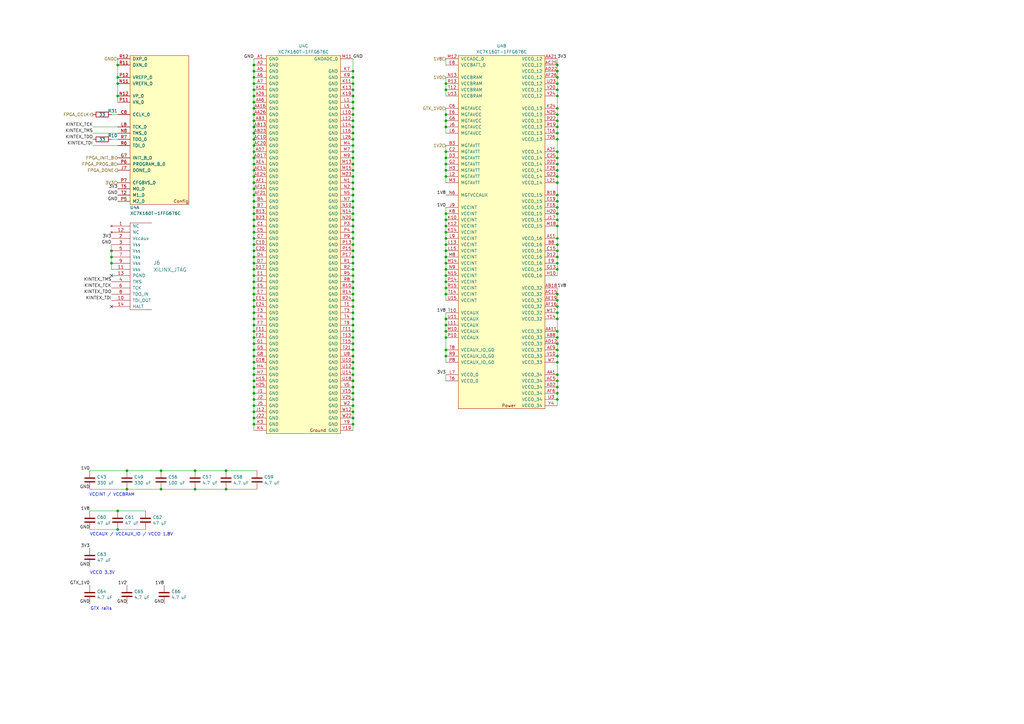
<source format=kicad_sch>
(kicad_sch (version 20250114) (generator "eeschema") (generator_version "9.0")
  (paper "A3")
  (title_block (date "2025-12-19") (rev "0.1"))
  (text "VCCO 3.3V" (at 36.83 234.95 0) (effects (font (size 1.27 1.27)) (justify left)))
  (text "GTX rails" (at 37.084 249.682 0) (effects (font (size 1.27 1.27)) (justify left)))
  (text "VCCAUX / VCCAUX_IO / VCCO 1.8V" (at 36.83 219.202 0) (effects (font (size 1.27 1.27)) (justify left)))
  (text "VCCINT / VCCBRAM" (at 36.576 202.946 0) (effects (font (size 1.27 1.27)) (justify left)))
  (junction (at 144.78 54.61))
  (junction (at 45.72 107.95))
  (junction (at 144.78 133.35))
  (junction (at 104.14 173.99))
  (junction (at 228.6 156.21))
  (junction (at 45.72 105.41))
  (junction (at 104.14 128.27))
  (junction (at 104.14 90.17))
  (junction (at 228.6 161.29))
  (junction (at 144.78 29.21))
  (junction (at 144.78 148.59))
  (junction (at 104.14 80.01))
  (junction (at 104.14 49.53))
  (junction (at 104.14 120.65))
  (junction (at 182.88 110.49))
  (junction (at 104.14 115.57))
  (junction (at 144.78 62.23))
  (junction (at 144.78 110.49))
  (junction (at 144.78 158.75))
  (junction (at 104.14 123.19))
  (junction (at 182.88 143.51))
  (junction (at 104.14 74.93))
  (junction (at 144.78 138.43))
  (junction (at 144.78 120.65))
  (junction (at 104.14 64.77))
  (junction (at 228.6 163.83))
  (junction (at 228.6 31.75))
  (junction (at 228.6 26.67))
  (junction (at 48.26 26.67))
  (junction (at 104.14 166.37))
  (junction (at 92.71 193.04))
  (junction (at 228.6 69.85))
  (junction (at 104.14 105.41))
  (junction (at 104.14 156.21))
  (junction (at 104.14 46.99))
  (junction (at 45.72 102.87))
  (junction (at 144.78 52.07))
  (junction (at 182.88 100.33))
  (junction (at 228.6 46.99))
  (junction (at 104.14 85.09))
  (junction (at 144.78 115.57))
  (junction (at 228.6 143.51))
  (junction (at 144.78 113.03))
  (junction (at 92.71 200.66))
  (junction (at 228.6 123.19))
  (junction (at 182.88 95.25))
  (junction (at 104.14 153.67))
  (junction (at 104.14 26.67))
  (junction (at 104.14 148.59))
  (junction (at 228.6 128.27))
  (junction (at 144.78 166.37))
  (junction (at 182.88 118.11))
  (junction (at 104.14 113.03))
  (junction (at 144.78 153.67))
  (junction (at 144.78 74.93))
  (junction (at 104.14 102.87))
  (junction (at 104.14 39.37))
  (junction (at 144.78 46.99))
  (junction (at 182.88 133.35))
  (junction (at 66.04 200.66))
  (junction (at 144.78 87.63))
  (junction (at 228.6 92.71))
  (junction (at 228.6 148.59))
  (junction (at 104.14 57.15))
  (junction (at 144.78 36.83))
  (junction (at 104.14 163.83))
  (junction (at 104.14 69.85))
  (junction (at 182.88 46.99))
  (junction (at 144.78 97.79))
  (junction (at 144.78 168.91))
  (junction (at 104.14 87.63))
  (junction (at 182.88 105.41))
  (junction (at 144.78 92.71))
  (junction (at 182.88 49.53))
  (junction (at 48.26 209.55))
  (junction (at 228.6 125.73))
  (junction (at 182.88 34.29))
  (junction (at 144.78 143.51))
  (junction (at 144.78 82.55))
  (junction (at 182.88 107.95))
  (junction (at 144.78 130.81))
  (junction (at 144.78 57.15))
  (junction (at 52.07 200.66))
  (junction (at 228.6 153.67))
  (junction (at 228.6 107.95))
  (junction (at 144.78 41.91))
  (junction (at 182.88 72.39))
  (junction (at 182.88 87.63))
  (junction (at 104.14 82.55))
  (junction (at 228.6 29.21))
  (junction (at 144.78 173.99))
  (junction (at 144.78 39.37))
  (junction (at 104.14 72.39))
  (junction (at 104.14 130.81))
  (junction (at 104.14 146.05))
  (junction (at 228.6 110.49))
  (junction (at 104.14 44.45))
  (junction (at 104.14 168.91))
  (junction (at 144.78 135.89))
  (junction (at 104.14 171.45))
  (junction (at 144.78 118.11))
  (junction (at 104.14 107.95))
  (junction (at 104.14 140.97))
  (junction (at 228.6 146.05))
  (junction (at 182.88 115.57))
  (junction (at 144.78 140.97))
  (junction (at 144.78 125.73))
  (junction (at 228.6 44.45))
  (junction (at 182.88 67.31))
  (junction (at 144.78 156.21))
  (junction (at 104.14 34.29))
  (junction (at 144.78 85.09))
  (junction (at 144.78 161.29))
  (junction (at 144.78 69.85))
  (junction (at 104.14 36.83))
  (junction (at 182.88 36.83))
  (junction (at 228.6 67.31))
  (junction (at 104.14 59.69))
  (junction (at 228.6 39.37))
  (junction (at 144.78 90.17))
  (junction (at 48.26 39.37))
  (junction (at 104.14 95.25))
  (junction (at 228.6 100.33))
  (junction (at 144.78 146.05))
  (junction (at 228.6 80.01))
  (junction (at 48.26 34.29))
  (junction (at 144.78 100.33))
  (junction (at 144.78 95.25))
  (junction (at 228.6 62.23))
  (junction (at 182.88 64.77))
  (junction (at 144.78 67.31))
  (junction (at 228.6 90.17))
  (junction (at 228.6 120.65))
  (junction (at 104.14 29.21))
  (junction (at 144.78 123.19))
  (junction (at 104.14 135.89))
  (junction (at 228.6 64.77))
  (junction (at 182.88 135.89))
  (junction (at 144.78 34.29))
  (junction (at 48.26 217.17))
  (junction (at 182.88 92.71))
  (junction (at 144.78 44.45))
  (junction (at 144.78 59.69))
  (junction (at 80.01 200.66))
  (junction (at 228.6 36.83))
  (junction (at 228.6 140.97))
  (junction (at 48.26 31.75))
  (junction (at 104.14 92.71))
  (junction (at 228.6 105.41))
  (junction (at 144.78 64.77))
  (junction (at 228.6 138.43))
  (junction (at 144.78 171.45))
  (junction (at 144.78 105.41))
  (junction (at 144.78 102.87))
  (junction (at 104.14 77.47))
  (junction (at 228.6 82.55))
  (junction (at 182.88 97.79))
  (junction (at 104.14 161.29))
  (junction (at 182.88 138.43))
  (junction (at 182.88 102.87))
  (junction (at 144.78 77.47))
  (junction (at 104.14 52.07))
  (junction (at 52.07 193.04))
  (junction (at 182.88 113.03))
  (junction (at 144.78 163.83))
  (junction (at 144.78 107.95))
  (junction (at 80.01 193.04))
  (junction (at 104.14 138.43))
  (junction (at 104.14 158.75))
  (junction (at 228.6 34.29))
  (junction (at 104.14 143.51))
  (junction (at 104.14 118.11))
  (junction (at 228.6 52.07))
  (junction (at 228.6 135.89))
  (junction (at 228.6 87.63))
  (junction (at 228.6 130.81))
  (junction (at 104.14 62.23))
  (junction (at 104.14 54.61))
  (junction (at 144.78 31.75))
  (junction (at 228.6 102.87))
  (junction (at 228.6 74.93))
  (junction (at 144.78 72.39))
  (junction (at 104.14 110.49))
  (junction (at 66.04 193.04))
  (junction (at 182.88 62.23))
  (junction (at 104.14 67.31))
  (junction (at 104.14 151.13))
  (junction (at 104.14 41.91))
  (junction (at 228.6 72.39))
  (junction (at 104.14 31.75))
  (junction (at 182.88 146.05))
  (junction (at 228.6 97.79))
  (junction (at 144.78 128.27))
  (junction (at 182.88 90.17))
  (junction (at 182.88 69.85))
  (junction (at 228.6 158.75))
  (junction (at 144.78 49.53))
  (junction (at 104.14 125.73))
  (junction (at 144.78 80.01))
  (junction (at 228.6 57.15))
  (junction (at 144.78 151.13))
  (junction (at 182.88 52.07))
  (junction (at 104.14 97.79))
  (junction (at 182.88 120.65))
  (junction (at 104.14 100.33))
  (junction (at 228.6 54.61))
  (junction (at 228.6 49.53))
  (junction (at 182.88 130.81))
  (junction (at 104.14 133.35))
  (junction (at 228.6 85.09))
  (no_connect (at 45.72 113.03))
  (no_connect (at 45.72 125.73))
  (wire (pts (xy 182.88 102.87) (xy 182.88 105.41)))
  (wire (pts (xy 228.6 138.43) (xy 228.6 140.97)))
  (wire (pts (xy 228.6 64.77) (xy 228.6 67.31)))
  (wire (pts (xy 144.78 107.95) (xy 144.78 110.49)))
  (wire (pts (xy 80.01 193.04) (xy 92.71 193.04)))
  (wire (pts (xy 144.78 92.71) (xy 144.78 95.25)))
  (wire (pts (xy 228.6 87.63) (xy 228.6 90.17)))
  (wire (pts (xy 38.1 52.07) (xy 48.26 52.07)))
  (wire (pts (xy 144.78 82.55) (xy 144.78 85.09)))
  (wire (pts (xy 144.78 125.73) (xy 144.78 128.27)))
  (wire (pts (xy 104.14 87.63) (xy 104.14 90.17)))
  (wire (pts (xy 228.6 44.45) (xy 228.6 46.99)))
  (wire (pts (xy 144.78 34.29) (xy 144.78 36.83)))
  (wire (pts (xy 228.6 62.23) (xy 228.6 64.77)))
  (wire (pts (xy 38.1 59.69) (xy 48.26 59.69)))
  (wire (pts (xy 144.78 148.59) (xy 144.78 151.13)))
  (wire (pts (xy 228.6 24.13) (xy 228.6 26.67)))
  (wire (pts (xy 144.78 146.05) (xy 144.78 148.59)))
  (wire (pts (xy 144.78 113.03) (xy 144.78 115.57)))
  (wire (pts (xy 144.78 138.43) (xy 144.78 140.97)))
  (wire (pts (xy 144.78 69.85) (xy 144.78 72.39)))
  (wire (pts (xy 182.88 143.51) (xy 182.88 146.05)))
  (wire (pts (xy 144.78 156.21) (xy 144.78 158.75)))
  (wire (pts (xy 45.72 46.99) (xy 48.26 46.99)))
  (wire (pts (xy 228.6 82.55) (xy 228.6 85.09)))
  (wire (pts (xy 228.6 69.85) (xy 228.6 72.39)))
  (wire (pts (xy 48.26 217.17) (xy 59.69 217.17)))
  (wire (pts (xy 104.14 67.31) (xy 104.14 69.85)))
  (wire (pts (xy 182.88 44.45) (xy 182.88 46.99)))
  (wire (pts (xy 104.14 49.53) (xy 104.14 52.07)))
  (wire (pts (xy 228.6 85.09) (xy 228.6 87.63)))
  (wire (pts (xy 36.83 200.66) (xy 52.07 200.66)))
  (wire (pts (xy 104.14 171.45) (xy 104.14 173.99)))
  (wire (pts (xy 104.14 110.49) (xy 104.14 113.03)))
  (wire (pts (xy 182.88 72.39) (xy 182.88 74.93)))
  (wire (pts (xy 182.88 97.79) (xy 182.88 100.33)))
  (wire (pts (xy 228.6 125.73) (xy 228.6 128.27)))
  (wire (pts (xy 144.78 87.63) (xy 144.78 90.17)))
  (wire (pts (xy 104.14 57.15) (xy 104.14 59.69)))
  (wire (pts (xy 182.88 31.75) (xy 182.88 34.29)))
  (wire (pts (xy 104.14 105.41) (xy 104.14 107.95)))
  (wire (pts (xy 144.78 97.79) (xy 144.78 100.33)))
  (wire (pts (xy 182.88 64.77) (xy 182.88 67.31)))
  (wire (pts (xy 228.6 34.29) (xy 228.6 36.83)))
  (wire (pts (xy 104.14 90.17) (xy 104.14 92.71)))
  (wire (pts (xy 144.78 49.53) (xy 144.78 52.07)))
  (wire (pts (xy 182.88 146.05) (xy 182.88 148.59)))
  (wire (pts (xy 104.14 82.55) (xy 104.14 85.09)))
  (wire (pts (xy 104.14 113.03) (xy 104.14 115.57)))
  (wire (pts (xy 228.6 146.05) (xy 228.6 148.59)))
  (wire (pts (xy 144.78 90.17) (xy 144.78 92.71)))
  (wire (pts (xy 104.14 166.37) (xy 104.14 168.91)))
  (wire (pts (xy 104.14 135.89) (xy 104.14 138.43)))
  (wire (pts (xy 228.6 46.99) (xy 228.6 49.53)))
  (wire (pts (xy 182.88 62.23) (xy 182.88 64.77)))
  (wire (pts (xy 104.14 80.01) (xy 104.14 82.55)))
  (wire (pts (xy 104.14 146.05) (xy 104.14 148.59)))
  (wire (pts (xy 45.72 102.87) (xy 45.72 105.41)))
  (wire (pts (xy 104.14 168.91) (xy 104.14 171.45)))
  (wire (pts (xy 228.6 29.21) (xy 228.6 31.75)))
  (wire (pts (xy 228.6 100.33) (xy 228.6 102.87)))
  (wire (pts (xy 182.88 105.41) (xy 182.88 107.95)))
  (wire (pts (xy 104.14 95.25) (xy 104.14 97.79)))
  (wire (pts (xy 228.6 74.93) (xy 228.6 80.01)))
  (wire (pts (xy 45.72 57.15) (xy 48.26 57.15)))
  (wire (pts (xy 144.78 100.33) (xy 144.78 102.87)))
  (wire (pts (xy 104.14 54.61) (xy 104.14 57.15)))
  (wire (pts (xy 104.14 64.77) (xy 104.14 67.31)))
  (wire (pts (xy 104.14 34.29) (xy 104.14 36.83)))
  (wire (pts (xy 104.14 74.93) (xy 104.14 77.47)))
  (wire (pts (xy 104.14 140.97) (xy 104.14 143.51)))
  (wire (pts (xy 144.78 46.99) (xy 144.78 49.53)))
  (wire (pts (xy 144.78 39.37) (xy 144.78 41.91)))
  (wire (pts (xy 144.78 128.27) (xy 144.78 130.81)))
  (wire (pts (xy 182.88 113.03) (xy 182.88 115.57)))
  (wire (pts (xy 38.1 54.61) (xy 48.26 54.61)))
  (wire (pts (xy 228.6 158.75) (xy 228.6 161.29)))
  (wire (pts (xy 104.14 77.47) (xy 104.14 80.01)))
  (wire (pts (xy 144.78 95.25) (xy 144.78 97.79)))
  (wire (pts (xy 104.14 125.73) (xy 104.14 128.27)))
  (wire (pts (xy 228.6 153.67) (xy 228.6 156.21)))
  (wire (pts (xy 144.78 171.45) (xy 144.78 173.99)))
  (wire (pts (xy 144.78 44.45) (xy 144.78 46.99)))
  (wire (pts (xy 144.78 110.49) (xy 144.78 113.03)))
  (wire (pts (xy 48.26 24.13) (xy 48.26 26.67)))
  (wire (pts (xy 144.78 41.91) (xy 144.78 44.45)))
  (wire (pts (xy 104.14 59.69) (xy 104.14 62.23)))
  (wire (pts (xy 182.88 34.29) (xy 182.88 36.83)))
  (wire (pts (xy 182.88 36.83) (xy 182.88 39.37)))
  (wire (pts (xy 36.83 217.17) (xy 48.26 217.17)))
  (wire (pts (xy 182.88 90.17) (xy 182.88 92.71)))
  (wire (pts (xy 144.78 74.93) (xy 144.78 77.47)))
  (wire (pts (xy 144.78 31.75) (xy 144.78 34.29)))
  (wire (pts (xy 48.26 209.55) (xy 59.69 209.55)))
  (wire (pts (xy 144.78 173.99) (xy 144.78 176.53)))
  (wire (pts (xy 182.88 87.63) (xy 182.88 90.17)))
  (wire (pts (xy 104.14 26.67) (xy 104.14 29.21)))
  (wire (pts (xy 104.14 31.75) (xy 104.14 34.29)))
  (wire (pts (xy 182.88 153.67) (xy 182.88 156.21)))
  (wire (pts (xy 144.78 24.13) (xy 144.78 29.21)))
  (wire (pts (xy 104.14 143.51) (xy 104.14 146.05)))
  (wire (pts (xy 104.14 148.59) (xy 104.14 151.13)))
  (wire (pts (xy 104.14 69.85) (xy 104.14 72.39)))
  (wire (pts (xy 48.26 26.67) (xy 48.26 31.75)))
  (wire (pts (xy 228.6 120.65) (xy 228.6 123.19)))
  (wire (pts (xy 104.14 163.83) (xy 104.14 166.37)))
  (wire (pts (xy 45.72 107.95) (xy 45.72 110.49)))
  (wire (pts (xy 104.14 29.21) (xy 104.14 31.75)))
  (wire (pts (xy 182.88 69.85) (xy 182.88 72.39)))
  (wire (pts (xy 182.88 92.71) (xy 182.88 95.25)))
  (wire (pts (xy 228.6 161.29) (xy 228.6 163.83)))
  (wire (pts (xy 228.6 118.11) (xy 228.6 120.65)))
  (wire (pts (xy 182.88 95.25) (xy 182.88 97.79)))
  (wire (pts (xy 182.88 130.81) (xy 182.88 133.35)))
  (wire (pts (xy 228.6 97.79) (xy 228.6 100.33)))
  (wire (pts (xy 36.83 193.04) (xy 52.07 193.04)))
  (wire (pts (xy 228.6 52.07) (xy 228.6 54.61)))
  (wire (pts (xy 228.6 128.27) (xy 228.6 130.81)))
  (wire (pts (xy 182.88 128.27) (xy 182.88 130.81)))
  (wire (pts (xy 104.14 72.39) (xy 104.14 74.93)))
  (wire (pts (xy 182.88 100.33) (xy 182.88 102.87)))
  (wire (pts (xy 182.88 52.07) (xy 182.88 54.61)))
  (wire (pts (xy 144.78 163.83) (xy 144.78 166.37)))
  (wire (pts (xy 228.6 57.15) (xy 228.6 62.23)))
  (wire (pts (xy 104.14 120.65) (xy 104.14 123.19)))
  (wire (pts (xy 45.72 100.33) (xy 45.72 102.87)))
  (wire (pts (xy 144.78 151.13) (xy 144.78 153.67)))
  (wire (pts (xy 52.07 200.66) (xy 66.04 200.66)))
  (wire (pts (xy 104.14 41.91) (xy 104.14 44.45)))
  (wire (pts (xy 144.78 166.37) (xy 144.78 168.91)))
  (wire (pts (xy 228.6 90.17) (xy 228.6 92.71)))
  (wire (pts (xy 182.88 118.11) (xy 182.88 120.65)))
  (wire (pts (xy 228.6 31.75) (xy 228.6 34.29)))
  (wire (pts (xy 228.6 49.53) (xy 228.6 52.07)))
  (wire (pts (xy 182.88 49.53) (xy 182.88 52.07)))
  (wire (pts (xy 144.78 130.81) (xy 144.78 133.35)))
  (wire (pts (xy 104.14 115.57) (xy 104.14 118.11)))
  (wire (pts (xy 92.71 200.66) (xy 105.41 200.66)))
  (wire (pts (xy 144.78 105.41) (xy 144.78 107.95)))
  (wire (pts (xy 66.04 200.66) (xy 80.01 200.66)))
  (wire (pts (xy 182.88 138.43) (xy 182.88 143.51)))
  (wire (pts (xy 66.04 193.04) (xy 80.01 193.04)))
  (wire (pts (xy 144.78 135.89) (xy 144.78 138.43)))
  (wire (pts (xy 48.26 31.75) (xy 48.26 34.29)))
  (wire (pts (xy 104.14 128.27) (xy 104.14 130.81)))
  (wire (pts (xy 228.6 102.87) (xy 228.6 105.41)))
  (wire (pts (xy 144.78 59.69) (xy 144.78 62.23)))
  (wire (pts (xy 144.78 72.39) (xy 144.78 74.93)))
  (wire (pts (xy 48.26 34.29) (xy 48.26 39.37)))
  (wire (pts (xy 104.14 97.79) (xy 104.14 100.33)))
  (wire (pts (xy 104.14 102.87) (xy 104.14 105.41)))
  (wire (pts (xy 104.14 46.99) (xy 104.14 49.53)))
  (wire (pts (xy 228.6 39.37) (xy 228.6 44.45)))
  (wire (pts (xy 104.14 118.11) (xy 104.14 120.65)))
  (wire (pts (xy 144.78 118.11) (xy 144.78 120.65)))
  (wire (pts (xy 144.78 54.61) (xy 144.78 57.15)))
  (wire (pts (xy 144.78 153.67) (xy 144.78 156.21)))
  (wire (pts (xy 144.78 52.07) (xy 144.78 54.61)))
  (wire (pts (xy 228.6 148.59) (xy 228.6 153.67)))
  (wire (pts (xy 104.14 151.13) (xy 104.14 153.67)))
  (wire (pts (xy 104.14 100.33) (xy 104.14 102.87)))
  (wire (pts (xy 104.14 138.43) (xy 104.14 140.97)))
  (wire (pts (xy 228.6 36.83) (xy 228.6 39.37)))
  (wire (pts (xy 182.88 135.89) (xy 182.88 138.43)))
  (wire (pts (xy 144.78 161.29) (xy 144.78 163.83)))
  (wire (pts (xy 36.83 209.55) (xy 48.26 209.55)))
  (wire (pts (xy 228.6 143.51) (xy 228.6 146.05)))
  (wire (pts (xy 104.14 156.21) (xy 104.14 158.75)))
  (wire (pts (xy 45.72 105.41) (xy 45.72 107.95)))
  (wire (pts (xy 182.88 85.09) (xy 182.88 87.63)))
  (wire (pts (xy 228.6 163.83) (xy 228.6 166.37)))
  (wire (pts (xy 104.14 39.37) (xy 104.14 41.91)))
  (wire (pts (xy 228.6 67.31) (xy 228.6 69.85)))
  (wire (pts (xy 104.14 158.75) (xy 104.14 161.29)))
  (wire (pts (xy 104.14 85.09) (xy 104.14 87.63)))
  (wire (pts (xy 144.78 57.15) (xy 144.78 59.69)))
  (wire (pts (xy 104.14 107.95) (xy 104.14 110.49)))
  (wire (pts (xy 228.6 72.39) (xy 228.6 74.93)))
  (wire (pts (xy 104.14 52.07) (xy 104.14 54.61)))
  (wire (pts (xy 144.78 102.87) (xy 144.78 105.41)))
  (wire (pts (xy 104.14 92.71) (xy 104.14 95.25)))
  (wire (pts (xy 144.78 77.47) (xy 144.78 80.01)))
  (wire (pts (xy 144.78 143.51) (xy 144.78 146.05)))
  (wire (pts (xy 104.14 130.81) (xy 104.14 133.35)))
  (wire (pts (xy 92.71 193.04) (xy 105.41 193.04)))
  (wire (pts (xy 144.78 115.57) (xy 144.78 118.11)))
  (wire (pts (xy 48.26 39.37) (xy 48.26 41.91)))
  (wire (pts (xy 104.14 62.23) (xy 104.14 64.77)))
  (wire (pts (xy 144.78 29.21) (xy 144.78 31.75)))
  (wire (pts (xy 228.6 107.95) (xy 228.6 110.49)))
  (wire (pts (xy 228.6 105.41) (xy 228.6 107.95)))
  (wire (pts (xy 80.01 200.66) (xy 92.71 200.66)))
  (wire (pts (xy 182.88 46.99) (xy 182.88 49.53)))
  (wire (pts (xy 144.78 133.35) (xy 144.78 135.89)))
  (wire (pts (xy 104.14 36.83) (xy 104.14 39.37)))
  (wire (pts (xy 228.6 156.21) (xy 228.6 158.75)))
  (wire (pts (xy 228.6 135.89) (xy 228.6 138.43)))
  (wire (pts (xy 228.6 130.81) (xy 228.6 135.89)))
  (wire (pts (xy 228.6 123.19) (xy 228.6 125.73)))
  (wire (pts (xy 144.78 36.83) (xy 144.78 39.37)))
  (wire (pts (xy 144.78 67.31) (xy 144.78 69.85)))
  (wire (pts (xy 144.78 62.23) (xy 144.78 64.77)))
  (wire (pts (xy 104.14 123.19) (xy 104.14 125.73)))
  (wire (pts (xy 144.78 85.09) (xy 144.78 87.63)))
  (wire (pts (xy 182.88 133.35) (xy 182.88 135.89)))
  (wire (pts (xy 182.88 24.13) (xy 182.88 26.67)))
  (wire (pts (xy 182.88 120.65) (xy 182.88 123.19)))
  (wire (pts (xy 228.6 26.67) (xy 228.6 29.21)))
  (wire (pts (xy 182.88 110.49) (xy 182.88 113.03)))
  (wire (pts (xy 182.88 67.31) (xy 182.88 69.85)))
  (wire (pts (xy 144.78 168.91) (xy 144.78 171.45)))
  (wire (pts (xy 228.6 140.97) (xy 228.6 143.51)))
  (wire (pts (xy 144.78 120.65) (xy 144.78 123.19)))
  (wire (pts (xy 144.78 80.01) (xy 144.78 82.55)))
  (wire (pts (xy 52.07 193.04) (xy 66.04 193.04)))
  (wire (pts (xy 144.78 158.75) (xy 144.78 161.29)))
  (wire (pts (xy 228.6 54.61) (xy 228.6 57.15)))
  (wire (pts (xy 228.6 110.49) (xy 228.6 113.03)))
  (wire (pts (xy 228.6 80.01) (xy 228.6 82.55)))
  (wire (pts (xy 182.88 107.95) (xy 182.88 110.49)))
  (wire (pts (xy 144.78 123.19) (xy 144.78 125.73)))
  (wire (pts (xy 182.88 59.69) (xy 182.88 62.23)))
  (wire (pts (xy 104.14 44.45) (xy 104.14 46.99)))
  (wire (pts (xy 104.14 24.13) (xy 104.14 26.67)))
  (wire (pts (xy 104.14 153.67) (xy 104.14 156.21)))
  (wire (pts (xy 228.6 92.71) (xy 228.6 97.79)))
  (wire (pts (xy 182.88 115.57) (xy 182.88 118.11)))
  (wire (pts (xy 144.78 64.77) (xy 144.78 67.31)))
  (wire (pts (xy 144.78 140.97) (xy 144.78 143.51)))
  (wire (pts (xy 104.14 161.29) (xy 104.14 163.83)))
  (wire (pts (xy 104.14 173.99) (xy 104.14 176.53)))
  (wire (pts (xy 104.14 133.35) (xy 104.14 135.89)))
  (label "3V3" (at 228.6 24.13 0))
  (label "3V3" (at 45.72 97.79 180))
  (label "GND" (at 36.83 232.41 180))
  (label "GND" (at 104.14 24.13 180))
  (label "1V0" (at 182.88 85.09 180))
  (label "GND" (at 36.83 217.17 180))
  (label "GTX_1V0" (at 36.83 240.03 180))
  (label "KINTEX_TDI" (at 45.72 123.19 180))
  (label "KINTEX_TDI" (at 38.1 59.69 180))
  (label "GND" (at 45.72 100.33 180))
  (label "GND" (at 52.07 247.65 180))
  (label "3V3" (at 36.83 224.79 180))
  (label "GND" (at 48.26 82.55 180))
  (label "1V8" (at 228.6 118.11 0))
  (label "1V0" (at 36.83 193.04 180))
  (label "1V8" (at 182.88 128.27 180))
  (label "1V8" (at 182.88 80.01 180))
  (label "GND" (at 36.83 247.65 180))
  (label "GND" (at 144.78 24.13 0))
  (label "KINTEX_TDO" (at 45.72 120.65 180))
  (label "KINTEX_TMS" (at 45.72 115.57 180))
  (label "1V8" (at 36.83 209.55 180))
  (label "1V2" (at 52.07 240.03 180))
  (label "3V3" (at 48.26 77.47 180))
  (label "KINTEX_TMS" (at 38.1 54.61 180))
  (label "GND" (at 36.83 200.66 180))
  (label "GND" (at 67.31 247.65 180))
  (label "GND" (at 48.26 80.01 180))
  (label "1V8" (at 67.31 240.03 180))
  (label "KINTEX_TCK" (at 38.1 52.07 180))
  (label "KINTEX_TCK" (at 45.72 118.11 180))
  (label "KINTEX_TDO" (at 38.1 57.15 180))
  (label "3V3" (at 182.88 153.67 180))
  (hierarchical_label "FPGA_PROG_B" (shape input) (at 48.26 67.31 180))
  (hierarchical_label "FPGA_INIT_B" (shape bidirectional) (at 48.26 64.77 180))
  (hierarchical_label "1V0" (shape input) (at 182.88 31.75 180))
  (hierarchical_label "3V3" (shape input) (at 48.26 74.93 180))
  (hierarchical_label "GTX_1V0" (shape input) (at 182.88 44.45 180))
  (hierarchical_label "1V2" (shape input) (at 182.88 59.69 180))
  (hierarchical_label "FPGA_CCLK" (shape output) (at 38.1 46.99 180))
  (hierarchical_label "FPGA_DONE" (shape output) (at 48.26 69.85 180))
  (hierarchical_label "GND" (shape input) (at 48.26 24.13 180))
  (hierarchical_label "1V8" (shape input) (at 182.88 24.13 180))
  (symbol (lib_id "device:C") (at 59.69 213.36 0) (unit 1)
    (property "Reference" "C62" (at 62.611 212.1478 0) (effects (justify left)))
    (property "Value" "47 uF" (at 62.611 214.5721 0) (effects (justify left)))
    (property "Footprint" "azonenberg_pcb:EIA_1210_CAP_NOSILK" (effects (hide yes)))
    (property "Description" "Unpolarized capacitor" (effects (hide yes)))
  )
  (symbol (lib_id "device:R") (at 41.91 46.99 90) (unit 1)
    (property "Reference" "R31" (at 46.228 45.466 90))
    (property "Value" "33" (at 41.91 46.99 90))
    (property "Footprint" "azonenberg_pcb:EIA_0402_RES_NOSILK" (effects (hide yes)))
    (property "Description" "Resistor" (effects (hide yes)))
  )
  (symbol (lib_id "device:C") (at 36.83 243.84 0) (unit 1)
    (property "Reference" "C64" (at 39.751 242.6278 0) (effects (justify left)))
    (property "Value" "4.7 uF" (at 39.751 245.0521 0) (effects (justify left)))
    (property "Footprint" "azonenberg_pcb:EIA_0603_CAP_NOSILK" (effects (hide yes)))
    (property "Description" "Unpolarized capacitor" (effects (hide yes)))
  )
  (symbol (lib_id "xilinx-azonenberg:XILINX_JTAG") (at 45.72 125.73 0) (unit 1)
    (property "Reference" "J6" (at 62.865 107.8035 0) (effects (font (size 1.524 1.524)) (justify left)))
    (property "Value" "XILINX_JTAG" (at 62.865 110.6364 0) (effects (font (size 1.524 1.524)) (justify left)))
    (property "Footprint" "azonenberg_pcb:XILINX_JTAG_PTH_MOLEX_0878311420" (effects (hide yes)))
  )
  (symbol (lib_id "xilinx-azonenberg:XC7KxT-FFG676") (at 53.34 83.82 0) (unit 1)
    (property "Reference" "U4" (at 53.34 85.09 0) (effects (justify left)))
    (property "Value" "XC7K160T-1FFG676C" (at 53.34 87.5143 0) (effects (justify left)))
  )
  (symbol (lib_id "device:C") (at 36.83 196.85 0) (unit 1)
    (property "Reference" "C43" (at 39.751 195.6378 0) (effects (justify left)))
    (property "Value" "330 uF" (at 39.751 198.0621 0) (effects (justify left)))
    (property "Footprint" "azonenberg_pcb:EIA_1210_CAP_NOSILK" (effects (hide yes)))
    (property "Description" "Unpolarized capacitor" (effects (hide yes)))
  )
  (symbol (lib_id "device:C") (at 66.04 196.85 0) (unit 1)
    (property "Reference" "C56" (at 68.961 195.6378 0) (effects (justify left)))
    (property "Value" "100 uF" (at 68.961 198.0621 0) (effects (justify left)))
    (property "Footprint" "azonenberg_pcb:EIA_1210_CAP_NOSILK" (effects (hide yes)))
    (property "Description" "Unpolarized capacitor" (effects (hide yes)))
  )
  (symbol (lib_id "device:C") (at 67.31 243.84 0) (unit 1)
    (property "Reference" "C66" (at 70.231 242.6278 0) (effects (justify left)))
    (property "Value" "4.7 uF" (at 70.231 245.0521 0) (effects (justify left)))
    (property "Footprint" "azonenberg_pcb:EIA_0603_CAP_NOSILK" (effects (hide yes)))
    (property "Description" "Unpolarized capacitor" (effects (hide yes)))
  )
  (symbol (lib_id "device:C") (at 52.07 243.84 0) (unit 1)
    (property "Reference" "C65" (at 54.991 242.6278 0) (effects (justify left)))
    (property "Value" "4.7 uF" (at 54.991 245.0521 0) (effects (justify left)))
    (property "Footprint" "azonenberg_pcb:EIA_0603_CAP_NOSILK" (effects (hide yes)))
    (property "Description" "Unpolarized capacitor" (effects (hide yes)))
  )
  (symbol (lib_id "device:C") (at 80.01 196.85 0) (unit 1)
    (property "Reference" "C57" (at 82.931 195.6378 0) (effects (justify left)))
    (property "Value" "4.7 uF" (at 82.931 198.0621 0) (effects (justify left)))
    (property "Footprint" "azonenberg_pcb:EIA_0603_CAP_NOSILK" (effects (hide yes)))
    (property "Description" "Unpolarized capacitor" (effects (hide yes)))
  )
  (symbol (lib_id "device:C") (at 92.71 196.85 0) (unit 1)
    (property "Reference" "C58" (at 95.631 195.6378 0) (effects (justify left)))
    (property "Value" "4.7 uF" (at 95.631 198.0621 0) (effects (justify left)))
    (property "Footprint" "azonenberg_pcb:EIA_0603_CAP_NOSILK" (effects (hide yes)))
    (property "Description" "Unpolarized capacitor" (effects (hide yes)))
  )
  (symbol (lib_id "device:C") (at 36.83 213.36 0) (unit 1)
    (property "Reference" "C60" (at 39.751 212.1478 0) (effects (justify left)))
    (property "Value" "47 uF" (at 39.751 214.5721 0) (effects (justify left)))
    (property "Footprint" "azonenberg_pcb:EIA_1210_CAP_NOSILK" (effects (hide yes)))
    (property "Description" "Unpolarized capacitor" (effects (hide yes)))
  )
  (symbol (lib_id "device:R") (at 41.91 57.15 90) (unit 1)
    (property "Reference" "R10" (at 46.228 55.626 90))
    (property "Value" "33" (at 41.91 57.15 90))
    (property "Footprint" "azonenberg_pcb:EIA_0402_RES_NOSILK" (effects (hide yes)))
    (property "Description" "Resistor" (effects (hide yes)))
  )
  (symbol (lib_id "device:C") (at 52.07 196.85 0) (unit 1)
    (property "Reference" "C49" (at 54.991 195.6378 0) (effects (justify left)))
    (property "Value" "330 uF" (at 54.991 198.0621 0) (effects (justify left)))
    (property "Footprint" "azonenberg_pcb:EIA_1210_CAP_NOSILK" (effects (hide yes)))
    (property "Description" "Unpolarized capacitor" (effects (hide yes)))
  )
  (symbol (lib_id "xilinx-azonenberg:XC7KxT-FFG676") (at 187.96 167.64 0) (unit 2)
    (property "Reference" "U4" (at 205.74 18.8425 0))
    (property "Value" "XC7K160T-1FFG676C" (at 205.74 21.2668 0))
  )
  (symbol (lib_id "device:C") (at 36.83 228.6 0) (unit 1)
    (property "Reference" "C63" (at 39.751 227.3878 0) (effects (justify left)))
    (property "Value" "47 uF" (at 39.751 229.8121 0) (effects (justify left)))
    (property "Footprint" "azonenberg_pcb:EIA_1210_CAP_NOSILK" (effects (hide yes)))
    (property "Description" "Unpolarized capacitor" (effects (hide yes)))
  )
  (symbol (lib_id "device:C") (at 48.26 213.36 0) (unit 1)
    (property "Reference" "C61" (at 51.181 212.1478 0) (effects (justify left)))
    (property "Value" "47 uF" (at 51.181 214.5721 0) (effects (justify left)))
    (property "Footprint" "azonenberg_pcb:EIA_1210_CAP_NOSILK" (effects (hide yes)))
    (property "Description" "Unpolarized capacitor" (effects (hide yes)))
  )
  (symbol (lib_id "xilinx-azonenberg:XC7KxT-FFG676") (at 109.22 177.8 0) (unit 3)
    (property "Reference" "U4" (at 124.46 18.8425 0))
    (property "Value" "XC7K160T-1FFG676C" (at 124.46 21.2668 0))
  )
  (symbol (lib_id "device:C") (at 105.41 196.85 0) (unit 1)
    (property "Reference" "C59" (at 108.331 195.6378 0) (effects (justify left)))
    (property "Value" "4.7 uF" (at 108.331 198.0621 0) (effects (justify left)))
    (property "Footprint" "azonenberg_pcb:EIA_0603_CAP_NOSILK" (effects (hide yes)))
    (property "Description" "Unpolarized capacitor" (effects (hide yes)))
  )
)
</source>
